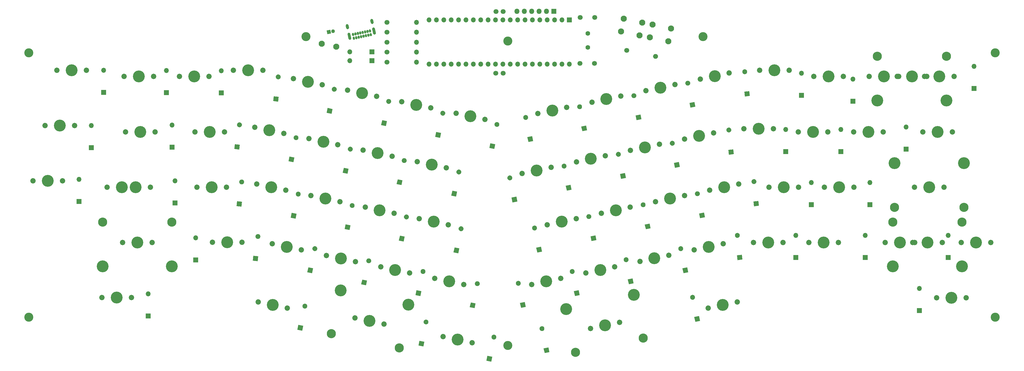
<source format=gts>
G04 #@! TF.GenerationSoftware,KiCad,Pcbnew,5.1.6-c6e7f7d~87~ubuntu18.04.1*
G04 #@! TF.CreationDate,2020-08-10T19:05:23+02:00*
G04 #@! TF.ProjectId,sesame,73657361-6d65-42e6-9b69-6361645f7063,rev?*
G04 #@! TF.SameCoordinates,Original*
G04 #@! TF.FileFunction,Soldermask,Top*
G04 #@! TF.FilePolarity,Negative*
%FSLAX46Y46*%
G04 Gerber Fmt 4.6, Leading zero omitted, Abs format (unit mm)*
G04 Created by KiCad (PCBNEW 5.1.6-c6e7f7d~87~ubuntu18.04.1) date 2020-08-10 19:05:23*
%MOMM*%
%LPD*%
G01*
G04 APERTURE LIST*
%ADD10C,3.100000*%
%ADD11C,1.300000*%
%ADD12C,0.350000*%
%ADD13C,4.087800*%
%ADD14C,1.850000*%
%ADD15O,1.800000X1.800000*%
%ADD16R,1.800000X1.800000*%
%ADD17C,3.148000*%
%ADD18O,1.700000X1.700000*%
%ADD19R,1.700000X1.700000*%
%ADD20C,1.600000*%
%ADD21C,2.100000*%
%ADD22C,1.700000*%
G04 APERTURE END LIST*
D10*
G04 #@! TO.C,REF\u002A\u002A*
X278955500Y-75565000D03*
G04 #@! TD*
D11*
G04 #@! TO.C,C1*
X151771721Y-73665632D03*
D12*
G36*
X149803847Y-74748439D02*
G01*
X149533561Y-73476847D01*
X150805153Y-73206561D01*
X151075439Y-74478153D01*
X149803847Y-74748439D01*
G37*
G04 #@! TD*
D13*
G04 #@! TO.C,MX23*
X185674000Y-119697500D03*
D14*
X180705010Y-118641309D03*
X190642990Y-120753691D03*
G04 #@! TD*
D15*
G04 #@! TO.C,AVR1*
X215011000Y-66865500D03*
X217551000Y-66865500D03*
X220091000Y-66865500D03*
X222631000Y-66865500D03*
X225171000Y-66865500D03*
D16*
X227711000Y-66865500D03*
G04 #@! TD*
D10*
G04 #@! TO.C,REF\u002A\u002A*
X142430500Y-75565000D03*
G04 #@! TD*
D13*
G04 #@! TO.C,MX61*
X356171500Y-146494500D03*
D14*
X351091500Y-146494500D03*
X361251500Y-146494500D03*
D17*
X344265250Y-139509500D03*
X368077750Y-139509500D03*
D13*
X344265250Y-154749500D03*
X368077750Y-154749500D03*
G04 #@! TD*
G04 #@! TO.C,MX59*
X346710000Y-146494500D03*
D14*
X341630000Y-146494500D03*
X351790000Y-146494500D03*
G04 #@! TD*
D13*
G04 #@! TO.C,MX31*
X359664000Y-108394500D03*
D14*
X354584000Y-108394500D03*
X364744000Y-108394500D03*
G04 #@! TD*
D13*
G04 #@! TO.C,MX15*
X350837500Y-89281000D03*
D14*
X345757500Y-89281000D03*
X355917500Y-89281000D03*
D17*
X338931250Y-82296000D03*
X362743750Y-82296000D03*
D13*
X338931250Y-97536000D03*
X362743750Y-97536000D03*
G04 #@! TD*
G04 #@! TO.C,MX33*
X83820000Y-127444500D03*
D14*
X78740000Y-127444500D03*
X88900000Y-127444500D03*
G04 #@! TD*
D13*
G04 #@! TO.C,MX18*
X85471000Y-108394500D03*
D14*
X80391000Y-108394500D03*
X90551000Y-108394500D03*
G04 #@! TD*
D13*
G04 #@! TO.C,MX69*
X79070200Y-127457200D03*
D14*
X73990200Y-127457200D03*
X84150200Y-127457200D03*
G04 #@! TD*
D18*
G04 #@! TO.C,D60*
X334772000Y-144018000D03*
D19*
X334772000Y-151638000D03*
G04 #@! TD*
D18*
G04 #@! TO.C,U1*
X233045000Y-85026500D03*
X184785000Y-69786500D03*
X230505000Y-85026500D03*
X187325000Y-69786500D03*
X227965000Y-85026500D03*
X189865000Y-69786500D03*
X225425000Y-85026500D03*
X192405000Y-69786500D03*
X222885000Y-85026500D03*
X194945000Y-69786500D03*
X220345000Y-85026500D03*
X197485000Y-69786500D03*
X217805000Y-85026500D03*
X200025000Y-69786500D03*
X215265000Y-85026500D03*
X202565000Y-69786500D03*
X212725000Y-85026500D03*
X205105000Y-69786500D03*
X210185000Y-85026500D03*
X207645000Y-69786500D03*
X207645000Y-85026500D03*
X210185000Y-69786500D03*
X205105000Y-85026500D03*
X212725000Y-69786500D03*
X202565000Y-85026500D03*
X215265000Y-69786500D03*
X200025000Y-85026500D03*
X217805000Y-69786500D03*
X197485000Y-85026500D03*
X220345000Y-69786500D03*
X194945000Y-85026500D03*
X222885000Y-69786500D03*
X192405000Y-85026500D03*
X225425000Y-69786500D03*
X189865000Y-85026500D03*
X227965000Y-69786500D03*
X187325000Y-85026500D03*
X230505000Y-69786500D03*
X184785000Y-85026500D03*
D19*
X233045000Y-69786500D03*
G04 #@! TD*
D13*
G04 #@! TO.C,MX5*
X143065500Y-91122500D03*
D14*
X138096510Y-90066309D03*
X148034490Y-92178691D03*
G04 #@! TD*
D10*
G04 #@! TO.C,REF\u002A\u002A*
X211836000Y-181991000D03*
G04 #@! TD*
G04 #@! TO.C,REF\u002A\u002A*
X379476000Y-172212000D03*
G04 #@! TD*
G04 #@! TO.C,REF\u002A\u002A*
X379476000Y-81153000D03*
G04 #@! TD*
G04 #@! TO.C,REF\u002A\u002A*
X47117000Y-81153000D03*
G04 #@! TD*
G04 #@! TO.C,REF\u002A\u002A*
X47117000Y-172212000D03*
G04 #@! TD*
G04 #@! TO.C,REF\u002A\u002A*
X211836000Y-77089000D03*
G04 #@! TD*
D20*
G04 #@! TO.C,XTAL1*
X239331500Y-79302000D03*
X239331500Y-74422000D03*
G04 #@! TD*
D13*
G04 #@! TO.C,MX24*
X221742000Y-121666000D03*
D14*
X216773010Y-122722191D03*
X226710990Y-120609809D03*
G04 #@! TD*
D13*
G04 #@! TO.C,MX28*
X298132500Y-107315000D03*
D14*
X293052500Y-107315000D03*
X303212500Y-107315000D03*
G04 #@! TD*
D13*
G04 #@! TO.C,MX66*
X245300500Y-175069500D03*
D14*
X240331510Y-176125691D03*
X250269490Y-174013309D03*
D17*
X235106693Y-184377310D03*
X258398833Y-179426412D03*
D13*
X231938119Y-169470340D03*
X255230259Y-164519443D03*
G04 #@! TD*
G04 #@! TO.C,MX65*
X194564000Y-179959000D03*
D14*
X189595010Y-178902809D03*
X199532990Y-181015191D03*
G04 #@! TD*
D13*
G04 #@! TO.C,MX64*
X164274500Y-173545500D03*
D14*
X159305510Y-172489309D03*
X169243490Y-174601691D03*
D17*
X151176167Y-177902412D03*
X174468307Y-182853310D03*
D13*
X154344741Y-162995443D03*
X177636881Y-167946340D03*
G04 #@! TD*
G04 #@! TO.C,MX46*
X356806500Y-127444500D03*
D14*
X351726500Y-127444500D03*
X361886500Y-127444500D03*
D17*
X344900250Y-134429500D03*
X368712750Y-134429500D03*
D13*
X344900250Y-119189500D03*
X368712750Y-119189500D03*
G04 #@! TD*
G04 #@! TO.C,MX47*
X84391500Y-146494500D03*
D14*
X79311500Y-146494500D03*
X89471500Y-146494500D03*
D17*
X72485250Y-139509500D03*
X96297750Y-139509500D03*
D13*
X72485250Y-154749500D03*
X96297750Y-154749500D03*
G04 #@! TD*
G04 #@! TO.C,MX16*
X360299000Y-89281000D03*
D14*
X355219000Y-89281000D03*
X365379000Y-89281000D03*
G04 #@! TD*
D13*
G04 #@! TO.C,MX45*
X341249000Y-89281000D03*
D14*
X336169000Y-89281000D03*
X346329000Y-89281000D03*
G04 #@! TD*
D13*
G04 #@! TO.C,MX68*
X364426500Y-165544500D03*
D14*
X359346500Y-165544500D03*
X369506500Y-165544500D03*
G04 #@! TD*
D13*
G04 #@! TO.C,MX67*
X285750000Y-168021000D03*
D14*
X280781010Y-169077191D03*
X290718990Y-166964809D03*
G04 #@! TD*
D13*
G04 #@! TO.C,MX63*
X131000500Y-168021000D03*
D14*
X126031510Y-166964809D03*
X135969490Y-169077191D03*
G04 #@! TD*
D13*
G04 #@! TO.C,MX62*
X77279500Y-165481000D03*
D14*
X72199500Y-165481000D03*
X82359500Y-165481000D03*
G04 #@! TD*
D13*
G04 #@! TO.C,MX60*
X372872000Y-146494500D03*
D14*
X367792000Y-146494500D03*
X377952000Y-146494500D03*
G04 #@! TD*
D13*
G04 #@! TO.C,MX58*
X320484500Y-146494500D03*
D14*
X315404500Y-146494500D03*
X325564500Y-146494500D03*
G04 #@! TD*
D13*
G04 #@! TO.C,MX57*
X301434500Y-146494500D03*
D14*
X296354500Y-146494500D03*
X306514500Y-146494500D03*
G04 #@! TD*
D13*
G04 #@! TO.C,MX56*
X280924000Y-148018500D03*
D14*
X275955010Y-149074691D03*
X285892990Y-146962309D03*
G04 #@! TD*
D13*
G04 #@! TO.C,MX55*
X262255000Y-151955500D03*
D14*
X257286010Y-153011691D03*
X267223990Y-150899309D03*
G04 #@! TD*
D13*
G04 #@! TO.C,MX54*
X243649500Y-155956000D03*
D14*
X238680510Y-157012191D03*
X248618490Y-154899809D03*
G04 #@! TD*
D13*
G04 #@! TO.C,MX53*
X225044000Y-159893000D03*
D14*
X220075010Y-160949191D03*
X230012990Y-158836809D03*
G04 #@! TD*
D13*
G04 #@! TO.C,MX52*
X191706500Y-159893000D03*
D14*
X186737510Y-158836809D03*
X196675490Y-160949191D03*
G04 #@! TD*
D13*
G04 #@! TO.C,MX51*
X173101000Y-155956000D03*
D14*
X168132010Y-154899809D03*
X178069990Y-157012191D03*
G04 #@! TD*
D13*
G04 #@! TO.C,MX50*
X154432000Y-152019000D03*
D14*
X149463010Y-150962809D03*
X159400990Y-153075191D03*
G04 #@! TD*
D13*
G04 #@! TO.C,MX49*
X135826500Y-148018500D03*
D14*
X130857510Y-146962309D03*
X140795490Y-149074691D03*
G04 #@! TD*
D13*
G04 #@! TO.C,MX48*
X115316000Y-146431000D03*
D14*
X110236000Y-146431000D03*
X120396000Y-146431000D03*
G04 #@! TD*
D13*
G04 #@! TO.C,MX44*
X325818500Y-127444500D03*
D14*
X320738500Y-127444500D03*
X330898500Y-127444500D03*
G04 #@! TD*
D13*
G04 #@! TO.C,MX43*
X306768500Y-127444500D03*
D14*
X301688500Y-127444500D03*
X311848500Y-127444500D03*
G04 #@! TD*
D13*
G04 #@! TO.C,MX42*
X286258000Y-127444500D03*
D14*
X281289010Y-128500691D03*
X291226990Y-126388309D03*
G04 #@! TD*
D13*
G04 #@! TO.C,MX41*
X267652500Y-131381500D03*
D14*
X262683510Y-132437691D03*
X272621490Y-130325309D03*
G04 #@! TD*
D13*
G04 #@! TO.C,MX40*
X248983500Y-135382000D03*
D14*
X244014510Y-136438191D03*
X253952490Y-134325809D03*
G04 #@! TD*
D13*
G04 #@! TO.C,MX39*
X230378000Y-139319000D03*
D14*
X225409010Y-140375191D03*
X235346990Y-138262809D03*
G04 #@! TD*
D13*
G04 #@! TO.C,MX38*
X186372500Y-139319000D03*
D14*
X181403510Y-138262809D03*
X191341490Y-140375191D03*
G04 #@! TD*
D13*
G04 #@! TO.C,MX37*
X167767000Y-135382000D03*
D14*
X162798010Y-134325809D03*
X172735990Y-136438191D03*
G04 #@! TD*
D13*
G04 #@! TO.C,MX36*
X149098000Y-131381500D03*
D14*
X144129010Y-130325309D03*
X154066990Y-132437691D03*
G04 #@! TD*
D13*
G04 #@! TO.C,MX35*
X130492500Y-127444500D03*
D14*
X125523510Y-126388309D03*
X135461490Y-128500691D03*
G04 #@! TD*
D13*
G04 #@! TO.C,MX34*
X109982000Y-127444500D03*
D14*
X104902000Y-127444500D03*
X115062000Y-127444500D03*
G04 #@! TD*
D13*
G04 #@! TO.C,MX32*
X53594000Y-125285500D03*
D14*
X48514000Y-125285500D03*
X58674000Y-125285500D03*
G04 #@! TD*
D13*
G04 #@! TO.C,MX30*
X335851500Y-108394500D03*
D14*
X330771500Y-108394500D03*
X340931500Y-108394500D03*
G04 #@! TD*
D13*
G04 #@! TO.C,MX29*
X316801500Y-108394500D03*
D14*
X311721500Y-108394500D03*
X321881500Y-108394500D03*
G04 #@! TD*
D13*
G04 #@! TO.C,MX27*
X277622000Y-109791500D03*
D14*
X272653010Y-110847691D03*
X282590990Y-108735309D03*
G04 #@! TD*
D13*
G04 #@! TO.C,MX26*
X259016500Y-113728500D03*
D14*
X254047510Y-114784691D03*
X263985490Y-112672309D03*
G04 #@! TD*
D13*
G04 #@! TO.C,MX25*
X240411000Y-117665500D03*
D14*
X235442010Y-118721691D03*
X245379990Y-116609309D03*
G04 #@! TD*
D13*
G04 #@! TO.C,MX22*
X167068500Y-115697000D03*
D14*
X162099510Y-114640809D03*
X172037490Y-116753191D03*
G04 #@! TD*
D13*
G04 #@! TO.C,MX21*
X148399500Y-111760000D03*
D14*
X143430510Y-110703809D03*
X153368490Y-112816191D03*
G04 #@! TD*
D13*
G04 #@! TO.C,MX20*
X129794000Y-107823000D03*
D14*
X124825010Y-106766809D03*
X134762990Y-108879191D03*
G04 #@! TD*
D13*
G04 #@! TO.C,MX19*
X109283500Y-108394500D03*
D14*
X104203500Y-108394500D03*
X114363500Y-108394500D03*
G04 #@! TD*
D13*
G04 #@! TO.C,MX17*
X57721500Y-106235500D03*
D14*
X52641500Y-106235500D03*
X62801500Y-106235500D03*
G04 #@! TD*
D13*
G04 #@! TO.C,MX14*
X322199000Y-89281000D03*
D14*
X317119000Y-89281000D03*
X327279000Y-89281000D03*
G04 #@! TD*
D13*
G04 #@! TO.C,MX13*
X303530000Y-87185500D03*
D14*
X298450000Y-87185500D03*
X308610000Y-87185500D03*
G04 #@! TD*
D13*
G04 #@! TO.C,MX12*
X283019500Y-89154000D03*
D14*
X278050510Y-90210191D03*
X287988490Y-88097809D03*
G04 #@! TD*
D13*
G04 #@! TO.C,MX11*
X264350500Y-93154500D03*
D14*
X259381510Y-94210691D03*
X269319490Y-92098309D03*
G04 #@! TD*
D13*
G04 #@! TO.C,MX10*
X245745000Y-97091500D03*
D14*
X240776010Y-98147691D03*
X250713990Y-96035309D03*
G04 #@! TD*
D13*
G04 #@! TO.C,MX9*
X227139500Y-101028500D03*
D14*
X222170510Y-102084691D03*
X232108490Y-99972309D03*
G04 #@! TD*
D13*
G04 #@! TO.C,MX8*
X199009000Y-102997000D03*
D14*
X194040010Y-101940809D03*
X203977990Y-104053191D03*
G04 #@! TD*
D13*
G04 #@! TO.C,MX7*
X180340000Y-99060000D03*
D14*
X175371010Y-98003809D03*
X185308990Y-100116191D03*
G04 #@! TD*
D13*
G04 #@! TO.C,MX6*
X161734500Y-95059500D03*
D14*
X156765510Y-94003309D03*
X166703490Y-96115691D03*
G04 #@! TD*
D13*
G04 #@! TO.C,MX4*
X122555000Y-87185500D03*
D14*
X117475000Y-87185500D03*
X127635000Y-87185500D03*
G04 #@! TD*
D13*
G04 #@! TO.C,MX3*
X103981250Y-89281000D03*
D14*
X98901250Y-89281000D03*
X109061250Y-89281000D03*
G04 #@! TD*
D13*
G04 #@! TO.C,MX2*
X84931250Y-89281000D03*
D14*
X79851250Y-89281000D03*
X90011250Y-89281000D03*
G04 #@! TD*
D13*
G04 #@! TO.C,MX1*
X61849000Y-87185500D03*
D14*
X56769000Y-87185500D03*
X66929000Y-87185500D03*
G04 #@! TD*
G04 #@! TO.C,USB1*
G36*
G01*
X163373821Y-74984970D02*
X163446590Y-75327322D01*
G75*
G02*
X163157752Y-75772094I-366805J-77967D01*
G01*
X163157752Y-75772094D01*
G75*
G02*
X162712980Y-75483256I-77967J366805D01*
G01*
X162640210Y-75140904D01*
G75*
G02*
X162929048Y-74696132I366805J77967D01*
G01*
X162929048Y-74696132D01*
G75*
G02*
X163373820Y-74984970I77967J-366805D01*
G01*
G37*
G36*
G01*
X165036671Y-74631520D02*
X165109440Y-74973872D01*
G75*
G02*
X164820602Y-75418644I-366805J-77967D01*
G01*
X164820602Y-75418644D01*
G75*
G02*
X164375830Y-75129806I-77967J366805D01*
G01*
X164303060Y-74787454D01*
G75*
G02*
X164591898Y-74342682I366805J77967D01*
G01*
X164591898Y-74342682D01*
G75*
G02*
X165036670Y-74631520I77967J-366805D01*
G01*
G37*
G36*
G01*
X164205246Y-74808245D02*
X164278015Y-75150597D01*
G75*
G02*
X163989177Y-75595369I-366805J-77967D01*
G01*
X163989177Y-75595369D01*
G75*
G02*
X163544405Y-75306531I-77967J366805D01*
G01*
X163471635Y-74964179D01*
G75*
G02*
X163760473Y-74519407I366805J77967D01*
G01*
X163760473Y-74519407D01*
G75*
G02*
X164205245Y-74808245I77967J-366805D01*
G01*
G37*
G36*
G01*
X162542395Y-75161695D02*
X162615164Y-75504047D01*
G75*
G02*
X162326326Y-75948819I-366805J-77967D01*
G01*
X162326326Y-75948819D01*
G75*
G02*
X161881554Y-75659981I-77967J366805D01*
G01*
X161808784Y-75317629D01*
G75*
G02*
X162097622Y-74872857I366805J77967D01*
G01*
X162097622Y-74872857D01*
G75*
G02*
X162542394Y-75161695I77967J-366805D01*
G01*
G37*
G36*
G01*
X161710970Y-75338420D02*
X161783739Y-75680772D01*
G75*
G02*
X161494901Y-76125544I-366805J-77967D01*
G01*
X161494901Y-76125544D01*
G75*
G02*
X161050129Y-75836706I-77967J366805D01*
G01*
X160977359Y-75494354D01*
G75*
G02*
X161266197Y-75049582I366805J77967D01*
G01*
X161266197Y-75049582D01*
G75*
G02*
X161710969Y-75338420I77967J-366805D01*
G01*
G37*
G36*
G01*
X160879544Y-75515145D02*
X160952313Y-75857497D01*
G75*
G02*
X160663475Y-76302269I-366805J-77967D01*
G01*
X160663475Y-76302269D01*
G75*
G02*
X160218703Y-76013431I-77967J366805D01*
G01*
X160145933Y-75671079D01*
G75*
G02*
X160434771Y-75226307I366805J77967D01*
G01*
X160434771Y-75226307D01*
G75*
G02*
X160879543Y-75515145I77967J-366805D01*
G01*
G37*
G36*
G01*
X160048119Y-75691870D02*
X160120888Y-76034222D01*
G75*
G02*
X159832050Y-76478994I-366805J-77967D01*
G01*
X159832050Y-76478994D01*
G75*
G02*
X159387278Y-76190156I-77967J366805D01*
G01*
X159314508Y-75847804D01*
G75*
G02*
X159603346Y-75403032I366805J77967D01*
G01*
X159603346Y-75403032D01*
G75*
G02*
X160048118Y-75691870I77967J-366805D01*
G01*
G37*
G36*
G01*
X159216693Y-75868595D02*
X159289462Y-76210947D01*
G75*
G02*
X159000624Y-76655719I-366805J-77967D01*
G01*
X159000624Y-76655719D01*
G75*
G02*
X158555852Y-76366881I-77967J366805D01*
G01*
X158483082Y-76024529D01*
G75*
G02*
X158771920Y-75579757I366805J77967D01*
G01*
X158771920Y-75579757D01*
G75*
G02*
X159216692Y-75868595I77967J-366805D01*
G01*
G37*
G36*
G01*
X164761188Y-73335475D02*
X164833957Y-73677827D01*
G75*
G02*
X164545119Y-74122599I-366805J-77967D01*
G01*
X164545119Y-74122599D01*
G75*
G02*
X164100347Y-73833761I-77967J366805D01*
G01*
X164027577Y-73491409D01*
G75*
G02*
X164316415Y-73046637I366805J77967D01*
G01*
X164316415Y-73046637D01*
G75*
G02*
X164761187Y-73335475I77967J-366805D01*
G01*
G37*
G36*
G01*
X163924872Y-73513239D02*
X163997641Y-73855591D01*
G75*
G02*
X163708803Y-74300363I-366805J-77967D01*
G01*
X163708803Y-74300363D01*
G75*
G02*
X163264031Y-74011525I-77967J366805D01*
G01*
X163191261Y-73669173D01*
G75*
G02*
X163480099Y-73224401I366805J77967D01*
G01*
X163480099Y-73224401D01*
G75*
G02*
X163924871Y-73513239I77967J-366805D01*
G01*
G37*
G36*
G01*
X163093447Y-73689964D02*
X163166216Y-74032316D01*
G75*
G02*
X162877378Y-74477088I-366805J-77967D01*
G01*
X162877378Y-74477088D01*
G75*
G02*
X162432606Y-74188250I-77967J366805D01*
G01*
X162359836Y-73845898D01*
G75*
G02*
X162648674Y-73401126I366805J77967D01*
G01*
X162648674Y-73401126D01*
G75*
G02*
X163093446Y-73689964I77967J-366805D01*
G01*
G37*
G36*
G01*
X162262021Y-73866689D02*
X162334790Y-74209041D01*
G75*
G02*
X162045952Y-74653813I-366805J-77967D01*
G01*
X162045952Y-74653813D01*
G75*
G02*
X161601180Y-74364975I-77967J366805D01*
G01*
X161528410Y-74022623D01*
G75*
G02*
X161817248Y-73577851I366805J77967D01*
G01*
X161817248Y-73577851D01*
G75*
G02*
X162262020Y-73866689I77967J-366805D01*
G01*
G37*
G36*
G01*
X161430596Y-74043414D02*
X161503365Y-74385766D01*
G75*
G02*
X161214527Y-74830538I-366805J-77967D01*
G01*
X161214527Y-74830538D01*
G75*
G02*
X160769755Y-74541700I-77967J366805D01*
G01*
X160696985Y-74199348D01*
G75*
G02*
X160985823Y-73754576I366805J77967D01*
G01*
X160985823Y-73754576D01*
G75*
G02*
X161430595Y-74043414I77967J-366805D01*
G01*
G37*
G36*
G01*
X160599170Y-74220139D02*
X160671939Y-74562491D01*
G75*
G02*
X160383101Y-75007263I-366805J-77967D01*
G01*
X160383101Y-75007263D01*
G75*
G02*
X159938329Y-74718425I-77967J366805D01*
G01*
X159865559Y-74376073D01*
G75*
G02*
X160154397Y-73931301I366805J77967D01*
G01*
X160154397Y-73931301D01*
G75*
G02*
X160599169Y-74220139I77967J-366805D01*
G01*
G37*
G36*
G01*
X159767745Y-74396864D02*
X159840514Y-74739216D01*
G75*
G02*
X159551676Y-75183988I-366805J-77967D01*
G01*
X159551676Y-75183988D01*
G75*
G02*
X159106904Y-74895150I-77967J366805D01*
G01*
X159034134Y-74552798D01*
G75*
G02*
X159322972Y-74108026I366805J77967D01*
G01*
X159322972Y-74108026D01*
G75*
G02*
X159767744Y-74396864I77967J-366805D01*
G01*
G37*
G36*
G01*
X158936319Y-74573589D02*
X159009088Y-74915941D01*
G75*
G02*
X158720250Y-75360713I-366805J-77967D01*
G01*
X158720250Y-75360713D01*
G75*
G02*
X158275478Y-75071875I-77967J366805D01*
G01*
X158202708Y-74729523D01*
G75*
G02*
X158491546Y-74284751I366805J77967D01*
G01*
X158491546Y-74284751D01*
G75*
G02*
X158936318Y-74573589I77967J-366805D01*
G01*
G37*
G36*
G01*
X166156136Y-72803831D02*
X166468004Y-74271053D01*
G75*
G02*
X166082886Y-74864083I-489074J-103956D01*
G01*
X166082886Y-74864083D01*
G75*
G02*
X165489856Y-74478965I-103956J489074D01*
G01*
X165177988Y-73011743D01*
G75*
G02*
X165563106Y-72418713I489074J103956D01*
G01*
X165563106Y-72418713D01*
G75*
G02*
X166156136Y-72803831I103956J-489074D01*
G01*
G37*
G36*
G01*
X157695159Y-74602267D02*
X158007027Y-76069489D01*
G75*
G02*
X157621909Y-76662519I-489074J-103956D01*
G01*
X157621909Y-76662519D01*
G75*
G02*
X157028879Y-76277401I-103956J489074D01*
G01*
X156717011Y-74810179D01*
G75*
G02*
X157102129Y-74217149I489074J103956D01*
G01*
X157102129Y-74217149D01*
G75*
G02*
X157695159Y-74602267I103956J-489074D01*
G01*
G37*
G36*
G01*
X165526164Y-69840044D02*
X165692494Y-70622562D01*
G75*
G02*
X165307376Y-71215592I-489074J-103956D01*
G01*
X165307376Y-71215592D01*
G75*
G02*
X164714346Y-70830474I-103956J489074D01*
G01*
X164548016Y-70047956D01*
G75*
G02*
X164933134Y-69454926I489074J103956D01*
G01*
X164933134Y-69454926D01*
G75*
G02*
X165526164Y-69840044I103956J-489074D01*
G01*
G37*
G36*
G01*
X157065187Y-71638480D02*
X157231517Y-72420998D01*
G75*
G02*
X156846399Y-73014028I-489074J-103956D01*
G01*
X156846399Y-73014028D01*
G75*
G02*
X156253369Y-72628910I-103956J489074D01*
G01*
X156087039Y-71846392D01*
G75*
G02*
X156472157Y-71253362I489074J103956D01*
G01*
X156472157Y-71253362D01*
G75*
G02*
X157065187Y-71638480I103956J-489074D01*
G01*
G37*
G04 #@! TD*
D21*
G04 #@! TO.C,Reset1*
X267977959Y-72725426D03*
X267042357Y-77127090D03*
X261620000Y-71374000D03*
X260684397Y-75775664D03*
G04 #@! TD*
G04 #@! TO.C,R6*
G36*
G01*
X261836555Y-82199658D02*
X261836555Y-82199658D01*
G75*
G02*
X262844705Y-81544958I831425J-176725D01*
G01*
X262844705Y-81544958D01*
G75*
G02*
X263499405Y-82553108I-176725J-831425D01*
G01*
X263499405Y-82553108D01*
G75*
G02*
X262491255Y-83207808I-831425J176725D01*
G01*
X262491255Y-83207808D01*
G75*
G02*
X261836555Y-82199658I176725J831425D01*
G01*
G37*
D22*
X252730000Y-80264000D03*
G04 #@! TD*
D18*
G04 #@! TO.C,R5*
X180403500Y-70612000D03*
D22*
X170243500Y-70612000D03*
G04 #@! TD*
D18*
G04 #@! TO.C,R4*
X180403500Y-74041000D03*
D22*
X170243500Y-74041000D03*
G04 #@! TD*
D18*
G04 #@! TO.C,R3*
X180403500Y-80899000D03*
D22*
X170243500Y-80899000D03*
G04 #@! TD*
D18*
G04 #@! TO.C,R2*
X180403500Y-77470000D03*
D22*
X170243500Y-77470000D03*
G04 #@! TD*
D18*
G04 #@! TO.C,R1*
X180403500Y-84328000D03*
D22*
X170243500Y-84328000D03*
G04 #@! TD*
D21*
G04 #@! TO.C,F1*
X152794911Y-79043973D03*
X147828000Y-77978000D03*
G04 #@! TD*
D18*
G04 #@! TO.C,D68*
X353441000Y-162306000D03*
D19*
X353441000Y-169926000D03*
G04 #@! TD*
G04 #@! TO.C,D67*
G36*
G01*
X275579438Y-166224940D02*
X275579438Y-166224940D01*
G75*
G02*
X274571288Y-165570240I-176725J831425D01*
G01*
X274571288Y-165570240D01*
G75*
G02*
X275225988Y-164562090I831425J176725D01*
G01*
X275225988Y-164562090D01*
G75*
G02*
X276234138Y-165216790I176725J-831425D01*
G01*
X276234138Y-165216790D01*
G75*
G02*
X275579438Y-166224940I-831425J-176725D01*
G01*
G37*
D12*
G36*
X277995150Y-173501701D02*
G01*
X276332299Y-173855150D01*
X275978850Y-172192299D01*
X277641701Y-171838850D01*
X277995150Y-173501701D01*
G37*
G04 #@! TD*
G04 #@! TO.C,D66*
G36*
G01*
X223763438Y-177019940D02*
X223763438Y-177019940D01*
G75*
G02*
X222755288Y-176365240I-176725J831425D01*
G01*
X222755288Y-176365240D01*
G75*
G02*
X223409988Y-175357090I831425J176725D01*
G01*
X223409988Y-175357090D01*
G75*
G02*
X224418138Y-176011790I176725J-831425D01*
G01*
X224418138Y-176011790D01*
G75*
G02*
X223763438Y-177019940I-831425J-176725D01*
G01*
G37*
G36*
X226179150Y-184296701D02*
G01*
X224516299Y-184650150D01*
X224162850Y-182987299D01*
X225825701Y-182633850D01*
X226179150Y-184296701D01*
G37*
G04 #@! TD*
G04 #@! TO.C,D65*
G36*
G01*
X206893562Y-179940940D02*
X206893562Y-179940940D01*
G75*
G02*
X206238862Y-178932790I176725J831425D01*
G01*
X206238862Y-178932790D01*
G75*
G02*
X207247012Y-178278090I831425J-176725D01*
G01*
X207247012Y-178278090D01*
G75*
G02*
X207901712Y-179286240I-176725J-831425D01*
G01*
X207901712Y-179286240D01*
G75*
G02*
X206893562Y-179940940I-831425J176725D01*
G01*
G37*
G36*
X206140701Y-187571150D02*
G01*
X204477850Y-187217701D01*
X204831299Y-185554850D01*
X206494150Y-185908299D01*
X206140701Y-187571150D01*
G37*
G04 #@! TD*
G04 #@! TO.C,D64*
G36*
G01*
X183525562Y-174733940D02*
X183525562Y-174733940D01*
G75*
G02*
X182870862Y-173725790I176725J831425D01*
G01*
X182870862Y-173725790D01*
G75*
G02*
X183879012Y-173071090I831425J-176725D01*
G01*
X183879012Y-173071090D01*
G75*
G02*
X184533712Y-174079240I-176725J-831425D01*
G01*
X184533712Y-174079240D01*
G75*
G02*
X183525562Y-174733940I-831425J176725D01*
G01*
G37*
G36*
X182772701Y-182364150D02*
G01*
X181109850Y-182010701D01*
X181463299Y-180347850D01*
X183126150Y-180701299D01*
X182772701Y-182364150D01*
G37*
G04 #@! TD*
G04 #@! TO.C,D63*
G36*
G01*
X141869562Y-169272940D02*
X141869562Y-169272940D01*
G75*
G02*
X141214862Y-168264790I176725J831425D01*
G01*
X141214862Y-168264790D01*
G75*
G02*
X142223012Y-167610090I831425J-176725D01*
G01*
X142223012Y-167610090D01*
G75*
G02*
X142877712Y-168618240I-176725J-831425D01*
G01*
X142877712Y-168618240D01*
G75*
G02*
X141869562Y-169272940I-831425J176725D01*
G01*
G37*
G36*
X141116701Y-176903150D02*
G01*
X139453850Y-176549701D01*
X139807299Y-174886850D01*
X141470150Y-175240299D01*
X141116701Y-176903150D01*
G37*
G04 #@! TD*
D18*
G04 #@! TO.C,D62*
X88138000Y-164211000D03*
D19*
X88138000Y-171831000D03*
G04 #@! TD*
D18*
G04 #@! TO.C,D61*
X363347000Y-144018000D03*
D19*
X363347000Y-151638000D03*
G04 #@! TD*
D18*
G04 #@! TO.C,D59*
X310896000Y-144018000D03*
D19*
X310896000Y-151638000D03*
G04 #@! TD*
G04 #@! TO.C,D58*
G36*
G01*
X290884342Y-144905087D02*
X290884342Y-144905087D01*
G75*
G02*
X289950149Y-144148592I-88849J845344D01*
G01*
X289950149Y-144148592D01*
G75*
G02*
X290706644Y-143214399I845344J88849D01*
G01*
X290706644Y-143214399D01*
G75*
G02*
X291640837Y-143970894I88849J-845344D01*
G01*
X291640837Y-143970894D01*
G75*
G02*
X290884342Y-144905087I-845344J-88849D01*
G01*
G37*
D12*
G36*
X292526193Y-152394494D02*
G01*
X290835506Y-152572193D01*
X290657807Y-150881506D01*
X292348494Y-150703807D01*
X292526193Y-152394494D01*
G37*
G04 #@! TD*
G04 #@! TO.C,D57*
G36*
G01*
X271515438Y-149460940D02*
X271515438Y-149460940D01*
G75*
G02*
X270507288Y-148806240I-176725J831425D01*
G01*
X270507288Y-148806240D01*
G75*
G02*
X271161988Y-147798090I831425J176725D01*
G01*
X271161988Y-147798090D01*
G75*
G02*
X272170138Y-148452790I176725J-831425D01*
G01*
X272170138Y-148452790D01*
G75*
G02*
X271515438Y-149460940I-831425J-176725D01*
G01*
G37*
G36*
X273931150Y-156737701D02*
G01*
X272268299Y-157091150D01*
X271914850Y-155428299D01*
X273577701Y-155074850D01*
X273931150Y-156737701D01*
G37*
G04 #@! TD*
G04 #@! TO.C,D56*
G36*
G01*
X252719438Y-153270940D02*
X252719438Y-153270940D01*
G75*
G02*
X251711288Y-152616240I-176725J831425D01*
G01*
X251711288Y-152616240D01*
G75*
G02*
X252365988Y-151608090I831425J176725D01*
G01*
X252365988Y-151608090D01*
G75*
G02*
X253374138Y-152262790I176725J-831425D01*
G01*
X253374138Y-152262790D01*
G75*
G02*
X252719438Y-153270940I-831425J-176725D01*
G01*
G37*
G36*
X255135150Y-160547701D02*
G01*
X253472299Y-160901150D01*
X253118850Y-159238299D01*
X254781701Y-158884850D01*
X255135150Y-160547701D01*
G37*
G04 #@! TD*
G04 #@! TO.C,D55*
G36*
G01*
X234177438Y-157334940D02*
X234177438Y-157334940D01*
G75*
G02*
X233169288Y-156680240I-176725J831425D01*
G01*
X233169288Y-156680240D01*
G75*
G02*
X233823988Y-155672090I831425J176725D01*
G01*
X233823988Y-155672090D01*
G75*
G02*
X234832138Y-156326790I176725J-831425D01*
G01*
X234832138Y-156326790D01*
G75*
G02*
X234177438Y-157334940I-831425J-176725D01*
G01*
G37*
G36*
X236593150Y-164611701D02*
G01*
X234930299Y-164965150D01*
X234576850Y-163302299D01*
X236239701Y-162948850D01*
X236593150Y-164611701D01*
G37*
G04 #@! TD*
G04 #@! TO.C,D54*
G36*
G01*
X215635438Y-161398940D02*
X215635438Y-161398940D01*
G75*
G02*
X214627288Y-160744240I-176725J831425D01*
G01*
X214627288Y-160744240D01*
G75*
G02*
X215281988Y-159736090I831425J176725D01*
G01*
X215281988Y-159736090D01*
G75*
G02*
X216290138Y-160390790I176725J-831425D01*
G01*
X216290138Y-160390790D01*
G75*
G02*
X215635438Y-161398940I-831425J-176725D01*
G01*
G37*
G36*
X218051150Y-168675701D02*
G01*
X216388299Y-169029150D01*
X216034850Y-167366299D01*
X217697701Y-167012850D01*
X218051150Y-168675701D01*
G37*
G04 #@! TD*
G04 #@! TO.C,D53*
G36*
G01*
X201178562Y-161525940D02*
X201178562Y-161525940D01*
G75*
G02*
X200523862Y-160517790I176725J831425D01*
G01*
X200523862Y-160517790D01*
G75*
G02*
X201532012Y-159863090I831425J-176725D01*
G01*
X201532012Y-159863090D01*
G75*
G02*
X202186712Y-160871240I-176725J-831425D01*
G01*
X202186712Y-160871240D01*
G75*
G02*
X201178562Y-161525940I-831425J176725D01*
G01*
G37*
G36*
X200425701Y-169156150D02*
G01*
X198762850Y-168802701D01*
X199116299Y-167139850D01*
X200779150Y-167493299D01*
X200425701Y-169156150D01*
G37*
G04 #@! TD*
G04 #@! TO.C,D52*
G36*
G01*
X182509562Y-157334940D02*
X182509562Y-157334940D01*
G75*
G02*
X181854862Y-156326790I176725J831425D01*
G01*
X181854862Y-156326790D01*
G75*
G02*
X182863012Y-155672090I831425J-176725D01*
G01*
X182863012Y-155672090D01*
G75*
G02*
X183517712Y-156680240I-176725J-831425D01*
G01*
X183517712Y-156680240D01*
G75*
G02*
X182509562Y-157334940I-831425J176725D01*
G01*
G37*
G36*
X181756701Y-164965150D02*
G01*
X180093850Y-164611701D01*
X180447299Y-162948850D01*
X182110150Y-163302299D01*
X181756701Y-164965150D01*
G37*
G04 #@! TD*
G04 #@! TO.C,D51*
G36*
G01*
X163840562Y-153651940D02*
X163840562Y-153651940D01*
G75*
G02*
X163185862Y-152643790I176725J831425D01*
G01*
X163185862Y-152643790D01*
G75*
G02*
X164194012Y-151989090I831425J-176725D01*
G01*
X164194012Y-151989090D01*
G75*
G02*
X164848712Y-152997240I-176725J-831425D01*
G01*
X164848712Y-152997240D01*
G75*
G02*
X163840562Y-153651940I-831425J176725D01*
G01*
G37*
G36*
X163087701Y-161282150D02*
G01*
X161424850Y-160928701D01*
X161778299Y-159265850D01*
X163441150Y-159619299D01*
X163087701Y-161282150D01*
G37*
G04 #@! TD*
G04 #@! TO.C,D50*
G36*
G01*
X145298562Y-149460940D02*
X145298562Y-149460940D01*
G75*
G02*
X144643862Y-148452790I176725J831425D01*
G01*
X144643862Y-148452790D01*
G75*
G02*
X145652012Y-147798090I831425J-176725D01*
G01*
X145652012Y-147798090D01*
G75*
G02*
X146306712Y-148806240I-176725J-831425D01*
G01*
X146306712Y-148806240D01*
G75*
G02*
X145298562Y-149460940I-831425J176725D01*
G01*
G37*
G36*
X144545701Y-157091150D02*
G01*
X142882850Y-156737701D01*
X143236299Y-155074850D01*
X144899150Y-155428299D01*
X144545701Y-157091150D01*
G37*
G04 #@! TD*
G04 #@! TO.C,D49*
G36*
G01*
X125802658Y-145286087D02*
X125802658Y-145286087D01*
G75*
G02*
X125046163Y-144351894I88849J845344D01*
G01*
X125046163Y-144351894D01*
G75*
G02*
X125980356Y-143595399I845344J-88849D01*
G01*
X125980356Y-143595399D01*
G75*
G02*
X126736851Y-144529592I-88849J-845344D01*
G01*
X126736851Y-144529592D01*
G75*
G02*
X125802658Y-145286087I-845344J88849D01*
G01*
G37*
G36*
X125851494Y-152953193D02*
G01*
X124160807Y-152775494D01*
X124338506Y-151084807D01*
X126029193Y-151262506D01*
X125851494Y-152953193D01*
G37*
G04 #@! TD*
D18*
G04 #@! TO.C,D48*
X104521000Y-144907000D03*
D19*
X104521000Y-152527000D03*
G04 #@! TD*
D18*
G04 #@! TO.C,D47*
X336423000Y-125857000D03*
D19*
X336423000Y-133477000D03*
G04 #@! TD*
D18*
G04 #@! TO.C,D45*
X316230000Y-125857000D03*
D19*
X316230000Y-133477000D03*
G04 #@! TD*
G04 #@! TO.C,D44*
G36*
G01*
X296599342Y-126363087D02*
X296599342Y-126363087D01*
G75*
G02*
X295665149Y-125606592I-88849J845344D01*
G01*
X295665149Y-125606592D01*
G75*
G02*
X296421644Y-124672399I845344J88849D01*
G01*
X296421644Y-124672399D01*
G75*
G02*
X297355837Y-125428894I88849J-845344D01*
G01*
X297355837Y-125428894D01*
G75*
G02*
X296599342Y-126363087I-845344J-88849D01*
G01*
G37*
D12*
G36*
X298241193Y-133852494D02*
G01*
X296550506Y-134030193D01*
X296372807Y-132339506D01*
X298063494Y-132161807D01*
X298241193Y-133852494D01*
G37*
G04 #@! TD*
G04 #@! TO.C,D43*
G36*
G01*
X277230438Y-130537940D02*
X277230438Y-130537940D01*
G75*
G02*
X276222288Y-129883240I-176725J831425D01*
G01*
X276222288Y-129883240D01*
G75*
G02*
X276876988Y-128875090I831425J176725D01*
G01*
X276876988Y-128875090D01*
G75*
G02*
X277885138Y-129529790I176725J-831425D01*
G01*
X277885138Y-129529790D01*
G75*
G02*
X277230438Y-130537940I-831425J-176725D01*
G01*
G37*
G36*
X279646150Y-137814701D02*
G01*
X277983299Y-138168150D01*
X277629850Y-136505299D01*
X279292701Y-136151850D01*
X279646150Y-137814701D01*
G37*
G04 #@! TD*
G04 #@! TO.C,D42*
G36*
G01*
X258561438Y-134347940D02*
X258561438Y-134347940D01*
G75*
G02*
X257553288Y-133693240I-176725J831425D01*
G01*
X257553288Y-133693240D01*
G75*
G02*
X258207988Y-132685090I831425J176725D01*
G01*
X258207988Y-132685090D01*
G75*
G02*
X259216138Y-133339790I176725J-831425D01*
G01*
X259216138Y-133339790D01*
G75*
G02*
X258561438Y-134347940I-831425J-176725D01*
G01*
G37*
G36*
X260977150Y-141624701D02*
G01*
X259314299Y-141978150D01*
X258960850Y-140315299D01*
X260623701Y-139961850D01*
X260977150Y-141624701D01*
G37*
G04 #@! TD*
G04 #@! TO.C,D41*
G36*
G01*
X239892438Y-138411940D02*
X239892438Y-138411940D01*
G75*
G02*
X238884288Y-137757240I-176725J831425D01*
G01*
X238884288Y-137757240D01*
G75*
G02*
X239538988Y-136749090I831425J176725D01*
G01*
X239538988Y-136749090D01*
G75*
G02*
X240547138Y-137403790I176725J-831425D01*
G01*
X240547138Y-137403790D01*
G75*
G02*
X239892438Y-138411940I-831425J-176725D01*
G01*
G37*
G36*
X242308150Y-145688701D02*
G01*
X240645299Y-146042150D01*
X240291850Y-144379299D01*
X241954701Y-144025850D01*
X242308150Y-145688701D01*
G37*
G04 #@! TD*
G04 #@! TO.C,D40*
G36*
G01*
X221223438Y-142348940D02*
X221223438Y-142348940D01*
G75*
G02*
X220215288Y-141694240I-176725J831425D01*
G01*
X220215288Y-141694240D01*
G75*
G02*
X220869988Y-140686090I831425J176725D01*
G01*
X220869988Y-140686090D01*
G75*
G02*
X221878138Y-141340790I176725J-831425D01*
G01*
X221878138Y-141340790D01*
G75*
G02*
X221223438Y-142348940I-831425J-176725D01*
G01*
G37*
G36*
X223639150Y-149625701D02*
G01*
X221976299Y-149979150D01*
X221622850Y-148316299D01*
X223285701Y-147962850D01*
X223639150Y-149625701D01*
G37*
G04 #@! TD*
G04 #@! TO.C,D39*
G36*
G01*
X195590562Y-142602940D02*
X195590562Y-142602940D01*
G75*
G02*
X194935862Y-141594790I176725J831425D01*
G01*
X194935862Y-141594790D01*
G75*
G02*
X195944012Y-140940090I831425J-176725D01*
G01*
X195944012Y-140940090D01*
G75*
G02*
X196598712Y-141948240I-176725J-831425D01*
G01*
X196598712Y-141948240D01*
G75*
G02*
X195590562Y-142602940I-831425J176725D01*
G01*
G37*
G36*
X194837701Y-150233150D02*
G01*
X193174850Y-149879701D01*
X193528299Y-148216850D01*
X195191150Y-148570299D01*
X194837701Y-150233150D01*
G37*
G04 #@! TD*
G04 #@! TO.C,D38*
G36*
G01*
X176794562Y-138538940D02*
X176794562Y-138538940D01*
G75*
G02*
X176139862Y-137530790I176725J831425D01*
G01*
X176139862Y-137530790D01*
G75*
G02*
X177148012Y-136876090I831425J-176725D01*
G01*
X177148012Y-136876090D01*
G75*
G02*
X177802712Y-137884240I-176725J-831425D01*
G01*
X177802712Y-137884240D01*
G75*
G02*
X176794562Y-138538940I-831425J176725D01*
G01*
G37*
G36*
X176041701Y-146169150D02*
G01*
X174378850Y-145815701D01*
X174732299Y-144152850D01*
X176395150Y-144506299D01*
X176041701Y-146169150D01*
G37*
G04 #@! TD*
G04 #@! TO.C,D37*
G36*
G01*
X158125562Y-134601940D02*
X158125562Y-134601940D01*
G75*
G02*
X157470862Y-133593790I176725J831425D01*
G01*
X157470862Y-133593790D01*
G75*
G02*
X158479012Y-132939090I831425J-176725D01*
G01*
X158479012Y-132939090D01*
G75*
G02*
X159133712Y-133947240I-176725J-831425D01*
G01*
X159133712Y-133947240D01*
G75*
G02*
X158125562Y-134601940I-831425J176725D01*
G01*
G37*
G36*
X157372701Y-142232150D02*
G01*
X155709850Y-141878701D01*
X156063299Y-140215850D01*
X157726150Y-140569299D01*
X157372701Y-142232150D01*
G37*
G04 #@! TD*
G04 #@! TO.C,D36*
G36*
G01*
X139583562Y-130664940D02*
X139583562Y-130664940D01*
G75*
G02*
X138928862Y-129656790I176725J831425D01*
G01*
X138928862Y-129656790D01*
G75*
G02*
X139937012Y-129002090I831425J-176725D01*
G01*
X139937012Y-129002090D01*
G75*
G02*
X140591712Y-130010240I-176725J-831425D01*
G01*
X140591712Y-130010240D01*
G75*
G02*
X139583562Y-130664940I-831425J176725D01*
G01*
G37*
G36*
X138830701Y-138295150D02*
G01*
X137167850Y-137941701D01*
X137521299Y-136278850D01*
X139184150Y-136632299D01*
X138830701Y-138295150D01*
G37*
G04 #@! TD*
G04 #@! TO.C,D35*
G36*
G01*
X120214658Y-126490087D02*
X120214658Y-126490087D01*
G75*
G02*
X119458163Y-125555894I88849J845344D01*
G01*
X119458163Y-125555894D01*
G75*
G02*
X120392356Y-124799399I845344J-88849D01*
G01*
X120392356Y-124799399D01*
G75*
G02*
X121148851Y-125733592I-88849J-845344D01*
G01*
X121148851Y-125733592D01*
G75*
G02*
X120214658Y-126490087I-845344J88849D01*
G01*
G37*
G36*
X120263494Y-134157193D02*
G01*
X118572807Y-133979494D01*
X118750506Y-132288807D01*
X120441193Y-132466506D01*
X120263494Y-134157193D01*
G37*
G04 #@! TD*
D18*
G04 #@! TO.C,D34*
X97409000Y-125222000D03*
D19*
X97409000Y-132842000D03*
G04 #@! TD*
D18*
G04 #@! TO.C,D33*
X64389000Y-124714000D03*
D19*
X64389000Y-132334000D03*
G04 #@! TD*
D18*
G04 #@! TO.C,D32*
X348869000Y-106680000D03*
D19*
X348869000Y-114300000D03*
G04 #@! TD*
D18*
G04 #@! TO.C,D31*
X326390000Y-107569000D03*
D19*
X326390000Y-115189000D03*
G04 #@! TD*
D18*
G04 #@! TO.C,D30*
X307467000Y-107569000D03*
D19*
X307467000Y-115189000D03*
G04 #@! TD*
G04 #@! TO.C,D29*
G36*
G01*
X287963342Y-108583087D02*
X287963342Y-108583087D01*
G75*
G02*
X287029149Y-107826592I-88849J845344D01*
G01*
X287029149Y-107826592D01*
G75*
G02*
X287785644Y-106892399I845344J88849D01*
G01*
X287785644Y-106892399D01*
G75*
G02*
X288719837Y-107648894I88849J-845344D01*
G01*
X288719837Y-107648894D01*
G75*
G02*
X287963342Y-108583087I-845344J-88849D01*
G01*
G37*
D12*
G36*
X289605193Y-116072494D02*
G01*
X287914506Y-116250193D01*
X287736807Y-114559506D01*
X289427494Y-114381807D01*
X289605193Y-116072494D01*
G37*
G04 #@! TD*
G04 #@! TO.C,D28*
G36*
G01*
X268594438Y-113138940D02*
X268594438Y-113138940D01*
G75*
G02*
X267586288Y-112484240I-176725J831425D01*
G01*
X267586288Y-112484240D01*
G75*
G02*
X268240988Y-111476090I831425J176725D01*
G01*
X268240988Y-111476090D01*
G75*
G02*
X269249138Y-112130790I176725J-831425D01*
G01*
X269249138Y-112130790D01*
G75*
G02*
X268594438Y-113138940I-831425J-176725D01*
G01*
G37*
G36*
X271010150Y-120415701D02*
G01*
X269347299Y-120769150D01*
X268993850Y-119106299D01*
X270656701Y-118752850D01*
X271010150Y-120415701D01*
G37*
G04 #@! TD*
G04 #@! TO.C,D27*
G36*
G01*
X250052438Y-116948940D02*
X250052438Y-116948940D01*
G75*
G02*
X249044288Y-116294240I-176725J831425D01*
G01*
X249044288Y-116294240D01*
G75*
G02*
X249698988Y-115286090I831425J176725D01*
G01*
X249698988Y-115286090D01*
G75*
G02*
X250707138Y-115940790I176725J-831425D01*
G01*
X250707138Y-115940790D01*
G75*
G02*
X250052438Y-116948940I-831425J-176725D01*
G01*
G37*
G36*
X252468150Y-124225701D02*
G01*
X250805299Y-124579150D01*
X250451850Y-122916299D01*
X252114701Y-122562850D01*
X252468150Y-124225701D01*
G37*
G04 #@! TD*
G04 #@! TO.C,D26*
G36*
G01*
X231383438Y-121012940D02*
X231383438Y-121012940D01*
G75*
G02*
X230375288Y-120358240I-176725J831425D01*
G01*
X230375288Y-120358240D01*
G75*
G02*
X231029988Y-119350090I831425J176725D01*
G01*
X231029988Y-119350090D01*
G75*
G02*
X232038138Y-120004790I176725J-831425D01*
G01*
X232038138Y-120004790D01*
G75*
G02*
X231383438Y-121012940I-831425J-176725D01*
G01*
G37*
G36*
X233799150Y-128289701D02*
G01*
X232136299Y-128643150D01*
X231782850Y-126980299D01*
X233445701Y-126626850D01*
X233799150Y-128289701D01*
G37*
G04 #@! TD*
G04 #@! TO.C,D25*
G36*
G01*
X212714438Y-125076940D02*
X212714438Y-125076940D01*
G75*
G02*
X211706288Y-124422240I-176725J831425D01*
G01*
X211706288Y-124422240D01*
G75*
G02*
X212360988Y-123414090I831425J176725D01*
G01*
X212360988Y-123414090D01*
G75*
G02*
X213369138Y-124068790I176725J-831425D01*
G01*
X213369138Y-124068790D01*
G75*
G02*
X212714438Y-125076940I-831425J-176725D01*
G01*
G37*
G36*
X215130150Y-132353701D02*
G01*
X213467299Y-132707150D01*
X213113850Y-131044299D01*
X214776701Y-130690850D01*
X215130150Y-132353701D01*
G37*
G04 #@! TD*
G04 #@! TO.C,D24*
G36*
G01*
X194828562Y-123044940D02*
X194828562Y-123044940D01*
G75*
G02*
X194173862Y-122036790I176725J831425D01*
G01*
X194173862Y-122036790D01*
G75*
G02*
X195182012Y-121382090I831425J-176725D01*
G01*
X195182012Y-121382090D01*
G75*
G02*
X195836712Y-122390240I-176725J-831425D01*
G01*
X195836712Y-122390240D01*
G75*
G02*
X194828562Y-123044940I-831425J176725D01*
G01*
G37*
G36*
X194075701Y-130675150D02*
G01*
X192412850Y-130321701D01*
X192766299Y-128658850D01*
X194429150Y-129012299D01*
X194075701Y-130675150D01*
G37*
G04 #@! TD*
G04 #@! TO.C,D23*
G36*
G01*
X176032562Y-119107940D02*
X176032562Y-119107940D01*
G75*
G02*
X175377862Y-118099790I176725J831425D01*
G01*
X175377862Y-118099790D01*
G75*
G02*
X176386012Y-117445090I831425J-176725D01*
G01*
X176386012Y-117445090D01*
G75*
G02*
X177040712Y-118453240I-176725J-831425D01*
G01*
X177040712Y-118453240D01*
G75*
G02*
X176032562Y-119107940I-831425J176725D01*
G01*
G37*
G36*
X175279701Y-126738150D02*
G01*
X173616850Y-126384701D01*
X173970299Y-124721850D01*
X175633150Y-125075299D01*
X175279701Y-126738150D01*
G37*
G04 #@! TD*
G04 #@! TO.C,D22*
G36*
G01*
X157490562Y-115170940D02*
X157490562Y-115170940D01*
G75*
G02*
X156835862Y-114162790I176725J831425D01*
G01*
X156835862Y-114162790D01*
G75*
G02*
X157844012Y-113508090I831425J-176725D01*
G01*
X157844012Y-113508090D01*
G75*
G02*
X158498712Y-114516240I-176725J-831425D01*
G01*
X158498712Y-114516240D01*
G75*
G02*
X157490562Y-115170940I-831425J176725D01*
G01*
G37*
G36*
X156737701Y-122801150D02*
G01*
X155074850Y-122447701D01*
X155428299Y-120784850D01*
X157091150Y-121138299D01*
X156737701Y-122801150D01*
G37*
G04 #@! TD*
G04 #@! TO.C,D21*
G36*
G01*
X138821562Y-111233940D02*
X138821562Y-111233940D01*
G75*
G02*
X138166862Y-110225790I176725J831425D01*
G01*
X138166862Y-110225790D01*
G75*
G02*
X139175012Y-109571090I831425J-176725D01*
G01*
X139175012Y-109571090D01*
G75*
G02*
X139829712Y-110579240I-176725J-831425D01*
G01*
X139829712Y-110579240D01*
G75*
G02*
X138821562Y-111233940I-831425J176725D01*
G01*
G37*
G36*
X138068701Y-118864150D02*
G01*
X136405850Y-118510701D01*
X136759299Y-116847850D01*
X138422150Y-117201299D01*
X138068701Y-118864150D01*
G37*
G04 #@! TD*
G04 #@! TO.C,D20*
G36*
G01*
X119452658Y-106805087D02*
X119452658Y-106805087D01*
G75*
G02*
X118696163Y-105870894I88849J845344D01*
G01*
X118696163Y-105870894D01*
G75*
G02*
X119630356Y-105114399I845344J-88849D01*
G01*
X119630356Y-105114399D01*
G75*
G02*
X120386851Y-106048592I-88849J-845344D01*
G01*
X120386851Y-106048592D01*
G75*
G02*
X119452658Y-106805087I-845344J88849D01*
G01*
G37*
G36*
X119501494Y-114472193D02*
G01*
X117810807Y-114294494D01*
X117988506Y-112603807D01*
X119679193Y-112781506D01*
X119501494Y-114472193D01*
G37*
G04 #@! TD*
D18*
G04 #@! TO.C,D19*
X96393000Y-106045000D03*
D19*
X96393000Y-113665000D03*
G04 #@! TD*
D18*
G04 #@! TO.C,D18*
X68580000Y-106172000D03*
D19*
X68580000Y-113792000D03*
G04 #@! TD*
D18*
G04 #@! TO.C,D17*
X372237000Y-85788500D03*
D19*
X372237000Y-93408500D03*
G04 #@! TD*
D18*
G04 #@! TO.C,D46*
X330581000Y-90170000D03*
D19*
X330581000Y-97790000D03*
G04 #@! TD*
D18*
G04 #@! TO.C,D16*
X312864500Y-88138000D03*
D19*
X312864500Y-95758000D03*
G04 #@! TD*
G04 #@! TO.C,D15*
G36*
G01*
X293424342Y-88517087D02*
X293424342Y-88517087D01*
G75*
G02*
X292490149Y-87760592I-88849J845344D01*
G01*
X292490149Y-87760592D01*
G75*
G02*
X293246644Y-86826399I845344J88849D01*
G01*
X293246644Y-86826399D01*
G75*
G02*
X294180837Y-87582894I88849J-845344D01*
G01*
X294180837Y-87582894D01*
G75*
G02*
X293424342Y-88517087I-845344J-88849D01*
G01*
G37*
D12*
G36*
X295066193Y-96006494D02*
G01*
X293375506Y-96184193D01*
X293197807Y-94493506D01*
X294888494Y-94315807D01*
X295066193Y-96006494D01*
G37*
G04 #@! TD*
G04 #@! TO.C,D14*
G36*
G01*
X273928438Y-92437940D02*
X273928438Y-92437940D01*
G75*
G02*
X272920288Y-91783240I-176725J831425D01*
G01*
X272920288Y-91783240D01*
G75*
G02*
X273574988Y-90775090I831425J176725D01*
G01*
X273574988Y-90775090D01*
G75*
G02*
X274583138Y-91429790I176725J-831425D01*
G01*
X274583138Y-91429790D01*
G75*
G02*
X273928438Y-92437940I-831425J-176725D01*
G01*
G37*
G36*
X276344150Y-99714701D02*
G01*
X274681299Y-100068150D01*
X274327850Y-98405299D01*
X275990701Y-98051850D01*
X276344150Y-99714701D01*
G37*
G04 #@! TD*
G04 #@! TO.C,D13*
G36*
G01*
X255386438Y-96755940D02*
X255386438Y-96755940D01*
G75*
G02*
X254378288Y-96101240I-176725J831425D01*
G01*
X254378288Y-96101240D01*
G75*
G02*
X255032988Y-95093090I831425J176725D01*
G01*
X255032988Y-95093090D01*
G75*
G02*
X256041138Y-95747790I176725J-831425D01*
G01*
X256041138Y-95747790D01*
G75*
G02*
X255386438Y-96755940I-831425J-176725D01*
G01*
G37*
G36*
X257802150Y-104032701D02*
G01*
X256139299Y-104386150D01*
X255785850Y-102723299D01*
X257448701Y-102369850D01*
X257802150Y-104032701D01*
G37*
G04 #@! TD*
G04 #@! TO.C,D12*
G36*
G01*
X236717438Y-100565940D02*
X236717438Y-100565940D01*
G75*
G02*
X235709288Y-99911240I-176725J831425D01*
G01*
X235709288Y-99911240D01*
G75*
G02*
X236363988Y-98903090I831425J176725D01*
G01*
X236363988Y-98903090D01*
G75*
G02*
X237372138Y-99557790I176725J-831425D01*
G01*
X237372138Y-99557790D01*
G75*
G02*
X236717438Y-100565940I-831425J-176725D01*
G01*
G37*
G36*
X239133150Y-107842701D02*
G01*
X237470299Y-108196150D01*
X237116850Y-106533299D01*
X238779701Y-106179850D01*
X239133150Y-107842701D01*
G37*
G04 #@! TD*
G04 #@! TO.C,D11*
G36*
G01*
X218175438Y-104248940D02*
X218175438Y-104248940D01*
G75*
G02*
X217167288Y-103594240I-176725J831425D01*
G01*
X217167288Y-103594240D01*
G75*
G02*
X217821988Y-102586090I831425J176725D01*
G01*
X217821988Y-102586090D01*
G75*
G02*
X218830138Y-103240790I176725J-831425D01*
G01*
X218830138Y-103240790D01*
G75*
G02*
X218175438Y-104248940I-831425J-176725D01*
G01*
G37*
G36*
X220591150Y-111525701D02*
G01*
X218928299Y-111879150D01*
X218574850Y-110216299D01*
X220237701Y-109862850D01*
X220591150Y-111525701D01*
G37*
G04 #@! TD*
G04 #@! TO.C,D10*
G36*
G01*
X207909562Y-106661940D02*
X207909562Y-106661940D01*
G75*
G02*
X207254862Y-105653790I176725J831425D01*
G01*
X207254862Y-105653790D01*
G75*
G02*
X208263012Y-104999090I831425J-176725D01*
G01*
X208263012Y-104999090D01*
G75*
G02*
X208917712Y-106007240I-176725J-831425D01*
G01*
X208917712Y-106007240D01*
G75*
G02*
X207909562Y-106661940I-831425J176725D01*
G01*
G37*
G36*
X207156701Y-114292150D02*
G01*
X205493850Y-113938701D01*
X205847299Y-112275850D01*
X207510150Y-112629299D01*
X207156701Y-114292150D01*
G37*
G04 #@! TD*
G04 #@! TO.C,D9*
G36*
G01*
X189304062Y-102788440D02*
X189304062Y-102788440D01*
G75*
G02*
X188649362Y-101780290I176725J831425D01*
G01*
X188649362Y-101780290D01*
G75*
G02*
X189657512Y-101125590I831425J-176725D01*
G01*
X189657512Y-101125590D01*
G75*
G02*
X190312212Y-102133740I-176725J-831425D01*
G01*
X190312212Y-102133740D01*
G75*
G02*
X189304062Y-102788440I-831425J176725D01*
G01*
G37*
G36*
X188551201Y-110418650D02*
G01*
X186888350Y-110065201D01*
X187241799Y-108402350D01*
X188904650Y-108755799D01*
X188551201Y-110418650D01*
G37*
G04 #@! TD*
G04 #@! TO.C,D8*
G36*
G01*
X170698562Y-98724440D02*
X170698562Y-98724440D01*
G75*
G02*
X170043862Y-97716290I176725J831425D01*
G01*
X170043862Y-97716290D01*
G75*
G02*
X171052012Y-97061590I831425J-176725D01*
G01*
X171052012Y-97061590D01*
G75*
G02*
X171706712Y-98069740I-176725J-831425D01*
G01*
X171706712Y-98069740D01*
G75*
G02*
X170698562Y-98724440I-831425J176725D01*
G01*
G37*
G36*
X169945701Y-106354650D02*
G01*
X168282850Y-106001201D01*
X168636299Y-104338350D01*
X170299150Y-104691799D01*
X169945701Y-106354650D01*
G37*
G04 #@! TD*
G04 #@! TO.C,D7*
G36*
G01*
X151966062Y-94533440D02*
X151966062Y-94533440D01*
G75*
G02*
X151311362Y-93525290I176725J831425D01*
G01*
X151311362Y-93525290D01*
G75*
G02*
X152319512Y-92870590I831425J-176725D01*
G01*
X152319512Y-92870590D01*
G75*
G02*
X152974212Y-93878740I-176725J-831425D01*
G01*
X152974212Y-93878740D01*
G75*
G02*
X151966062Y-94533440I-831425J176725D01*
G01*
G37*
G36*
X151213201Y-102163650D02*
G01*
X149550350Y-101810201D01*
X149903799Y-100147350D01*
X151566650Y-100500799D01*
X151213201Y-102163650D01*
G37*
G04 #@! TD*
G04 #@! TO.C,D6*
G36*
G01*
X132787658Y-90295087D02*
X132787658Y-90295087D01*
G75*
G02*
X132031163Y-89360894I88849J845344D01*
G01*
X132031163Y-89360894D01*
G75*
G02*
X132965356Y-88604399I845344J-88849D01*
G01*
X132965356Y-88604399D01*
G75*
G02*
X133721851Y-89538592I-88849J-845344D01*
G01*
X133721851Y-89538592D01*
G75*
G02*
X132787658Y-90295087I-845344J88849D01*
G01*
G37*
G36*
X132836494Y-97962193D02*
G01*
X131145807Y-97784494D01*
X131323506Y-96093807D01*
X133014193Y-96271506D01*
X132836494Y-97962193D01*
G37*
G04 #@! TD*
D18*
G04 #@! TO.C,D5*
X113284000Y-87312500D03*
D19*
X113284000Y-94932500D03*
G04 #@! TD*
D18*
G04 #@! TO.C,D4*
X94424500Y-87249000D03*
D19*
X94424500Y-94869000D03*
G04 #@! TD*
D18*
G04 #@! TO.C,D3*
X72834500Y-87122000D03*
D19*
X72834500Y-94742000D03*
G04 #@! TD*
D18*
G04 #@! TO.C,D2*
X157480000Y-83883500D03*
D19*
X165100000Y-83883500D03*
G04 #@! TD*
D18*
G04 #@! TO.C,D1*
X157480000Y-80772000D03*
D19*
X165100000Y-80772000D03*
G04 #@! TD*
D22*
G04 #@! TO.C,C5*
X236744500Y-68961000D03*
X241744500Y-68961000D03*
G04 #@! TD*
G04 #@! TO.C,C4*
X236681000Y-84772500D03*
X241681000Y-84772500D03*
G04 #@! TD*
G04 #@! TO.C,C3*
X210208500Y-88201500D03*
X207708500Y-88201500D03*
G04 #@! TD*
G04 #@! TO.C,C2*
X207748500Y-66929000D03*
X210248500Y-66929000D03*
G04 #@! TD*
D21*
G04 #@! TO.C,Boot1*
X258071959Y-70693426D03*
X257136357Y-75095090D03*
X251714000Y-69342000D03*
X250778397Y-73743664D03*
G04 #@! TD*
M02*

</source>
